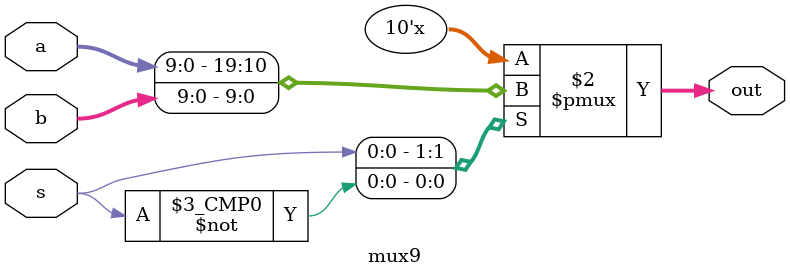
<source format=v>
module mux(
	input [3:0] a,
	input [3:0] b,
	input s,
	output reg [3:0] out
	);
	always@(s)
		case(s)
			1:out = a [3:0];
			0:out = b [3:0];
		endcase
endmodule

module mux9(
	input [9:0] a,
	input [9:0] b,
	input s,
	output reg [9:0] out
	);
	always@(s)
		case(s)
			1:out = a [9:0];
			0:out = b [9:0];
		endcase
endmodule
</source>
